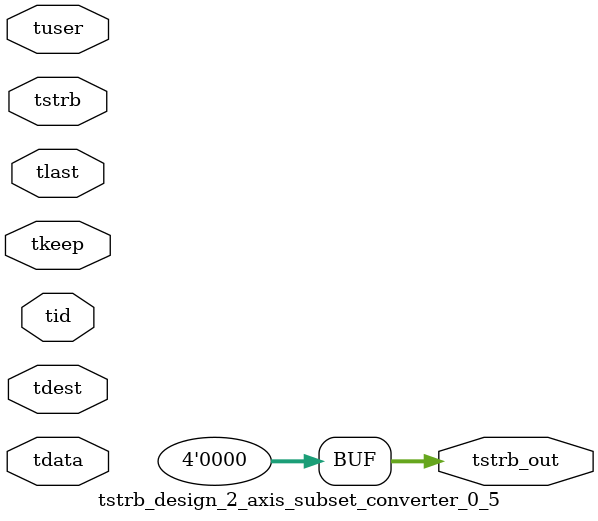
<source format=v>


`timescale 1ps/1ps

module tstrb_design_2_axis_subset_converter_0_5 #
(
parameter C_S_AXIS_TDATA_WIDTH = 32,
parameter C_S_AXIS_TUSER_WIDTH = 0,
parameter C_S_AXIS_TID_WIDTH   = 0,
parameter C_S_AXIS_TDEST_WIDTH = 0,
parameter C_M_AXIS_TDATA_WIDTH = 32
)
(
input  [(C_S_AXIS_TDATA_WIDTH == 0 ? 1 : C_S_AXIS_TDATA_WIDTH)-1:0     ] tdata,
input  [(C_S_AXIS_TUSER_WIDTH == 0 ? 1 : C_S_AXIS_TUSER_WIDTH)-1:0     ] tuser,
input  [(C_S_AXIS_TID_WIDTH   == 0 ? 1 : C_S_AXIS_TID_WIDTH)-1:0       ] tid,
input  [(C_S_AXIS_TDEST_WIDTH == 0 ? 1 : C_S_AXIS_TDEST_WIDTH)-1:0     ] tdest,
input  [(C_S_AXIS_TDATA_WIDTH/8)-1:0 ] tkeep,
input  [(C_S_AXIS_TDATA_WIDTH/8)-1:0 ] tstrb,
input                                                                    tlast,
output [(C_M_AXIS_TDATA_WIDTH/8)-1:0 ] tstrb_out
);

assign tstrb_out = {1'b0};

endmodule


</source>
